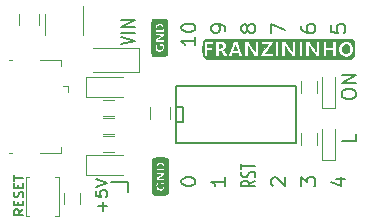
<source format=gto>
G04 #@! TF.GenerationSoftware,KiCad,Pcbnew,(5.0.0)*
G04 #@! TF.CreationDate,2018-08-19T14:30:57-03:00*
G04 #@! TF.ProjectId,franzininho-tiny841,6672616E7A696E696E686F2D74696E79,rev?*
G04 #@! TF.SameCoordinates,Original*
G04 #@! TF.FileFunction,Legend,Top*
G04 #@! TF.FilePolarity,Positive*
%FSLAX46Y46*%
G04 Gerber Fmt 4.6, Leading zero omitted, Abs format (unit mm)*
G04 Created by KiCad (PCBNEW (5.0.0)) date 08/19/18 14:30:57*
%MOMM*%
%LPD*%
G01*
G04 APERTURE LIST*
%ADD10C,0.200000*%
%ADD11C,0.010000*%
%ADD12C,0.120000*%
%ADD13C,0.150000*%
G04 APERTURE END LIST*
D10*
X190373000Y-119443500D02*
X188976000Y-119443500D01*
X190436500Y-120269000D02*
X190373000Y-119443500D01*
X190436500Y-119443500D02*
X190436500Y-120269000D01*
X209711857Y-115346071D02*
X209711857Y-115917500D01*
X208511857Y-115917500D01*
X208511857Y-112101357D02*
X208511857Y-111872785D01*
X208569000Y-111758500D01*
X208683285Y-111644214D01*
X208911857Y-111587071D01*
X209311857Y-111587071D01*
X209540428Y-111644214D01*
X209654714Y-111758500D01*
X209711857Y-111872785D01*
X209711857Y-112101357D01*
X209654714Y-112215642D01*
X209540428Y-112329928D01*
X209311857Y-112387071D01*
X208911857Y-112387071D01*
X208683285Y-112329928D01*
X208569000Y-112215642D01*
X208511857Y-112101357D01*
X209711857Y-111072785D02*
X208511857Y-111072785D01*
X209711857Y-110387071D01*
X208511857Y-110387071D01*
X181527404Y-121748404D02*
X181146452Y-122015071D01*
X181527404Y-122205547D02*
X180727404Y-122205547D01*
X180727404Y-121900785D01*
X180765500Y-121824595D01*
X180803595Y-121786500D01*
X180879785Y-121748404D01*
X180994071Y-121748404D01*
X181070261Y-121786500D01*
X181108357Y-121824595D01*
X181146452Y-121900785D01*
X181146452Y-122205547D01*
X181108357Y-121405547D02*
X181108357Y-121138880D01*
X181527404Y-121024595D02*
X181527404Y-121405547D01*
X180727404Y-121405547D01*
X180727404Y-121024595D01*
X181489309Y-120719833D02*
X181527404Y-120605547D01*
X181527404Y-120415071D01*
X181489309Y-120338880D01*
X181451214Y-120300785D01*
X181375023Y-120262690D01*
X181298833Y-120262690D01*
X181222642Y-120300785D01*
X181184547Y-120338880D01*
X181146452Y-120415071D01*
X181108357Y-120567452D01*
X181070261Y-120643642D01*
X181032166Y-120681738D01*
X180955976Y-120719833D01*
X180879785Y-120719833D01*
X180803595Y-120681738D01*
X180765500Y-120643642D01*
X180727404Y-120567452D01*
X180727404Y-120376976D01*
X180765500Y-120262690D01*
X181108357Y-119919833D02*
X181108357Y-119653166D01*
X181527404Y-119538880D02*
X181527404Y-119919833D01*
X180727404Y-119919833D01*
X180727404Y-119538880D01*
X180727404Y-119310309D02*
X180727404Y-118853166D01*
X181527404Y-119081738D02*
X180727404Y-119081738D01*
X188285428Y-121872214D02*
X188285428Y-121110309D01*
X188666380Y-121491261D02*
X187904476Y-121491261D01*
X187666380Y-120157928D02*
X187666380Y-120634119D01*
X188142571Y-120681738D01*
X188094952Y-120634119D01*
X188047333Y-120538880D01*
X188047333Y-120300785D01*
X188094952Y-120205547D01*
X188142571Y-120157928D01*
X188237809Y-120110309D01*
X188475904Y-120110309D01*
X188571142Y-120157928D01*
X188618761Y-120205547D01*
X188666380Y-120300785D01*
X188666380Y-120538880D01*
X188618761Y-120634119D01*
X188571142Y-120681738D01*
X187666380Y-119824595D02*
X188666380Y-119491261D01*
X187666380Y-119157928D01*
X194922857Y-119437142D02*
X194922857Y-119322857D01*
X194980000Y-119208571D01*
X195037142Y-119151428D01*
X195151428Y-119094285D01*
X195380000Y-119037142D01*
X195665714Y-119037142D01*
X195894285Y-119094285D01*
X196008571Y-119151428D01*
X196065714Y-119208571D01*
X196122857Y-119322857D01*
X196122857Y-119437142D01*
X196065714Y-119551428D01*
X196008571Y-119608571D01*
X195894285Y-119665714D01*
X195665714Y-119722857D01*
X195380000Y-119722857D01*
X195151428Y-119665714D01*
X195037142Y-119608571D01*
X194980000Y-119551428D01*
X194922857Y-119437142D01*
X198662857Y-119037142D02*
X198662857Y-119722857D01*
X198662857Y-119380000D02*
X197462857Y-119380000D01*
X197634285Y-119494285D01*
X197748571Y-119608571D01*
X197805714Y-119722857D01*
X201202857Y-119310095D02*
X200631428Y-119576761D01*
X201202857Y-119767238D02*
X200002857Y-119767238D01*
X200002857Y-119462476D01*
X200060000Y-119386285D01*
X200117142Y-119348190D01*
X200231428Y-119310095D01*
X200402857Y-119310095D01*
X200517142Y-119348190D01*
X200574285Y-119386285D01*
X200631428Y-119462476D01*
X200631428Y-119767238D01*
X201145714Y-119005333D02*
X201202857Y-118891047D01*
X201202857Y-118700571D01*
X201145714Y-118624380D01*
X201088571Y-118586285D01*
X200974285Y-118548190D01*
X200860000Y-118548190D01*
X200745714Y-118586285D01*
X200688571Y-118624380D01*
X200631428Y-118700571D01*
X200574285Y-118852952D01*
X200517142Y-118929142D01*
X200460000Y-118967238D01*
X200345714Y-119005333D01*
X200231428Y-119005333D01*
X200117142Y-118967238D01*
X200060000Y-118929142D01*
X200002857Y-118852952D01*
X200002857Y-118662476D01*
X200060000Y-118548190D01*
X200002857Y-118319619D02*
X200002857Y-117862476D01*
X201202857Y-118091047D02*
X200002857Y-118091047D01*
X202657142Y-119722857D02*
X202600000Y-119665714D01*
X202542857Y-119551428D01*
X202542857Y-119265714D01*
X202600000Y-119151428D01*
X202657142Y-119094285D01*
X202771428Y-119037142D01*
X202885714Y-119037142D01*
X203057142Y-119094285D01*
X203742857Y-119780000D01*
X203742857Y-119037142D01*
X205082857Y-119780000D02*
X205082857Y-119037142D01*
X205540000Y-119437142D01*
X205540000Y-119265714D01*
X205597142Y-119151428D01*
X205654285Y-119094285D01*
X205768571Y-119037142D01*
X206054285Y-119037142D01*
X206168571Y-119094285D01*
X206225714Y-119151428D01*
X206282857Y-119265714D01*
X206282857Y-119608571D01*
X206225714Y-119722857D01*
X206168571Y-119780000D01*
X208022857Y-119151428D02*
X208822857Y-119151428D01*
X207565714Y-119437142D02*
X208422857Y-119722857D01*
X208422857Y-118980000D01*
X207622857Y-106140285D02*
X207622857Y-106711714D01*
X208194285Y-106768857D01*
X208137142Y-106711714D01*
X208080000Y-106597428D01*
X208080000Y-106311714D01*
X208137142Y-106197428D01*
X208194285Y-106140285D01*
X208308571Y-106083142D01*
X208594285Y-106083142D01*
X208708571Y-106140285D01*
X208765714Y-106197428D01*
X208822857Y-106311714D01*
X208822857Y-106597428D01*
X208765714Y-106711714D01*
X208708571Y-106768857D01*
X205082857Y-106197428D02*
X205082857Y-106426000D01*
X205140000Y-106540285D01*
X205197142Y-106597428D01*
X205368571Y-106711714D01*
X205597142Y-106768857D01*
X206054285Y-106768857D01*
X206168571Y-106711714D01*
X206225714Y-106654571D01*
X206282857Y-106540285D01*
X206282857Y-106311714D01*
X206225714Y-106197428D01*
X206168571Y-106140285D01*
X206054285Y-106083142D01*
X205768571Y-106083142D01*
X205654285Y-106140285D01*
X205597142Y-106197428D01*
X205540000Y-106311714D01*
X205540000Y-106540285D01*
X205597142Y-106654571D01*
X205654285Y-106711714D01*
X205768571Y-106768857D01*
X202542857Y-106826000D02*
X202542857Y-106026000D01*
X203742857Y-106540285D01*
X200517142Y-106540285D02*
X200460000Y-106654571D01*
X200402857Y-106711714D01*
X200288571Y-106768857D01*
X200231428Y-106768857D01*
X200117142Y-106711714D01*
X200060000Y-106654571D01*
X200002857Y-106540285D01*
X200002857Y-106311714D01*
X200060000Y-106197428D01*
X200117142Y-106140285D01*
X200231428Y-106083142D01*
X200288571Y-106083142D01*
X200402857Y-106140285D01*
X200460000Y-106197428D01*
X200517142Y-106311714D01*
X200517142Y-106540285D01*
X200574285Y-106654571D01*
X200631428Y-106711714D01*
X200745714Y-106768857D01*
X200974285Y-106768857D01*
X201088571Y-106711714D01*
X201145714Y-106654571D01*
X201202857Y-106540285D01*
X201202857Y-106311714D01*
X201145714Y-106197428D01*
X201088571Y-106140285D01*
X200974285Y-106083142D01*
X200745714Y-106083142D01*
X200631428Y-106140285D01*
X200574285Y-106197428D01*
X200517142Y-106311714D01*
X198662857Y-106654571D02*
X198662857Y-106426000D01*
X198605714Y-106311714D01*
X198548571Y-106254571D01*
X198377142Y-106140285D01*
X198148571Y-106083142D01*
X197691428Y-106083142D01*
X197577142Y-106140285D01*
X197520000Y-106197428D01*
X197462857Y-106311714D01*
X197462857Y-106540285D01*
X197520000Y-106654571D01*
X197577142Y-106711714D01*
X197691428Y-106768857D01*
X197977142Y-106768857D01*
X198091428Y-106711714D01*
X198148571Y-106654571D01*
X198205714Y-106540285D01*
X198205714Y-106311714D01*
X198148571Y-106197428D01*
X198091428Y-106140285D01*
X197977142Y-106083142D01*
X196122857Y-107162571D02*
X196122857Y-107848285D01*
X196122857Y-107505428D02*
X194922857Y-107505428D01*
X195094285Y-107619714D01*
X195208571Y-107734000D01*
X195265714Y-107848285D01*
X194922857Y-106419714D02*
X194922857Y-106305428D01*
X194980000Y-106191142D01*
X195037142Y-106134000D01*
X195151428Y-106076857D01*
X195380000Y-106019714D01*
X195665714Y-106019714D01*
X195894285Y-106076857D01*
X196008571Y-106134000D01*
X196065714Y-106191142D01*
X196122857Y-106305428D01*
X196122857Y-106419714D01*
X196065714Y-106534000D01*
X196008571Y-106591142D01*
X195894285Y-106648285D01*
X195665714Y-106705428D01*
X195380000Y-106705428D01*
X195151428Y-106648285D01*
X195037142Y-106591142D01*
X194980000Y-106534000D01*
X194922857Y-106419714D01*
X189842857Y-107775238D02*
X191042857Y-107441904D01*
X189842857Y-107108571D01*
X191042857Y-106775238D02*
X189842857Y-106775238D01*
X191042857Y-106299047D02*
X189842857Y-106299047D01*
X191042857Y-105727619D01*
X189842857Y-105727619D01*
D11*
G04 #@! TO.C,G\002A\002A\002A*
G36*
X192441529Y-118632998D02*
X192442980Y-118402490D01*
X192445273Y-118184813D01*
X192448411Y-117985751D01*
X192452393Y-117811089D01*
X192457220Y-117666610D01*
X192462890Y-117558097D01*
X192469404Y-117491337D01*
X192473445Y-117474291D01*
X192498783Y-117429039D01*
X192532661Y-117394696D01*
X192581850Y-117369797D01*
X192653122Y-117352877D01*
X192753248Y-117342473D01*
X192889000Y-117337120D01*
X193067148Y-117335353D01*
X193116200Y-117335300D01*
X193305361Y-117336433D01*
X193450524Y-117340806D01*
X193558461Y-117349884D01*
X193635944Y-117365131D01*
X193689743Y-117388012D01*
X193726630Y-117419990D01*
X193753376Y-117462530D01*
X193758954Y-117474291D01*
X193766319Y-117515800D01*
X193772711Y-117602030D01*
X193778142Y-117727243D01*
X193782621Y-117885703D01*
X193786158Y-118071672D01*
X193788763Y-118279414D01*
X193790447Y-118503192D01*
X193791219Y-118737268D01*
X193791091Y-118975907D01*
X193790070Y-119213370D01*
X193788169Y-119443922D01*
X193785396Y-119661824D01*
X193781762Y-119861341D01*
X193777277Y-120036734D01*
X193771951Y-120182269D01*
X193765794Y-120292206D01*
X193758816Y-120360810D01*
X193753854Y-120380505D01*
X193726602Y-120422549D01*
X193692986Y-120454316D01*
X193645961Y-120477239D01*
X193578480Y-120492756D01*
X193483499Y-120502300D01*
X193353973Y-120507308D01*
X193182856Y-120509216D01*
X193181121Y-120509221D01*
X193181121Y-120145427D01*
X193304482Y-120109503D01*
X193404032Y-120040950D01*
X193469978Y-119944976D01*
X193482096Y-119910370D01*
X193493069Y-119839502D01*
X193496385Y-119746193D01*
X193492856Y-119647022D01*
X193487073Y-119593508D01*
X193487073Y-118427500D01*
X193482688Y-118192550D01*
X193476442Y-118066365D01*
X193463798Y-117963049D01*
X193446432Y-117895647D01*
X193443809Y-117889993D01*
X193404034Y-117832100D01*
X193350930Y-117778077D01*
X193298156Y-117739496D01*
X193259368Y-117727927D01*
X193254669Y-117729761D01*
X193224784Y-117724788D01*
X193218056Y-117716715D01*
X193174680Y-117690606D01*
X193102942Y-117690197D01*
X193015897Y-117711771D01*
X192926597Y-117751610D01*
X192848095Y-117805995D01*
X192824665Y-117828772D01*
X192795900Y-117864403D01*
X192776794Y-117904437D01*
X192764801Y-117960591D01*
X192757375Y-118044582D01*
X192752177Y-118162245D01*
X192742625Y-118427500D01*
X193487073Y-118427500D01*
X193487073Y-119593508D01*
X193483297Y-119558565D01*
X193468520Y-119497401D01*
X193461178Y-119484105D01*
X193446141Y-119447637D01*
X193450853Y-119434813D01*
X193435766Y-119426969D01*
X193380799Y-119421100D01*
X193296863Y-119418229D01*
X193272833Y-119418100D01*
X193078100Y-119418100D01*
X193078100Y-119799100D01*
X193149199Y-119799100D01*
X193196183Y-119794620D01*
X193213085Y-119771060D01*
X193210273Y-119713244D01*
X193209920Y-119710200D01*
X193206341Y-119650858D01*
X193223006Y-119626352D01*
X193272339Y-119621324D01*
X193281844Y-119621300D01*
X193335525Y-119624405D01*
X193355326Y-119643727D01*
X193352236Y-119694282D01*
X193349209Y-119713351D01*
X193313270Y-119816228D01*
X193249329Y-119891537D01*
X193167464Y-119932755D01*
X193077752Y-119933361D01*
X193034408Y-119917076D01*
X192970987Y-119877199D01*
X192926068Y-119837645D01*
X192895413Y-119767525D01*
X192889456Y-119676797D01*
X192907861Y-119589057D01*
X192930181Y-119548025D01*
X192968346Y-119489178D01*
X192965955Y-119457232D01*
X192919199Y-119444758D01*
X192876611Y-119443500D01*
X192817168Y-119448165D01*
X192778476Y-119468256D01*
X192755407Y-119512923D01*
X192747900Y-119559716D01*
X192747900Y-119291100D01*
X193484500Y-119291100D01*
X193484500Y-119087900D01*
X193236850Y-119086755D01*
X193125490Y-119085490D01*
X193058848Y-119082242D01*
X193030850Y-119075949D01*
X193035424Y-119065550D01*
X193055298Y-119055005D01*
X193107746Y-119027215D01*
X193187750Y-118980873D01*
X193280100Y-118924845D01*
X193302948Y-118910607D01*
X193391264Y-118854210D01*
X193444974Y-118813995D01*
X193472681Y-118779430D01*
X193482988Y-118739982D01*
X193484500Y-118688357D01*
X193484500Y-118579900D01*
X192747900Y-118579900D01*
X192747900Y-118757700D01*
X192970150Y-118757857D01*
X193075430Y-118758336D01*
X193136335Y-118760753D01*
X193159290Y-118766853D01*
X193150720Y-118778381D01*
X193117048Y-118797082D01*
X193116200Y-118797522D01*
X193054398Y-118832271D01*
X192970017Y-118883060D01*
X192894172Y-118930715D01*
X192748344Y-119024400D01*
X192747900Y-119291100D01*
X192747900Y-119559716D01*
X192742831Y-119591313D01*
X192736461Y-119693477D01*
X192746704Y-119855666D01*
X192793196Y-119983612D01*
X192875164Y-120076181D01*
X192991834Y-120132238D01*
X193043741Y-120143514D01*
X193181121Y-120145427D01*
X193181121Y-120509221D01*
X193121288Y-120509400D01*
X192931344Y-120508656D01*
X192785425Y-120504659D01*
X192676792Y-120495971D01*
X192598701Y-120481156D01*
X192544412Y-120458777D01*
X192507183Y-120427396D01*
X192480273Y-120385577D01*
X192473445Y-120371310D01*
X192466455Y-120330611D01*
X192460309Y-120244903D01*
X192455008Y-120119970D01*
X192450550Y-119961596D01*
X192446937Y-119775566D01*
X192444167Y-119567662D01*
X192442242Y-119343669D01*
X192441161Y-119109372D01*
X192440923Y-118870553D01*
X192441529Y-118632998D01*
X192441529Y-118632998D01*
G37*
X192441529Y-118632998D02*
X192442980Y-118402490D01*
X192445273Y-118184813D01*
X192448411Y-117985751D01*
X192452393Y-117811089D01*
X192457220Y-117666610D01*
X192462890Y-117558097D01*
X192469404Y-117491337D01*
X192473445Y-117474291D01*
X192498783Y-117429039D01*
X192532661Y-117394696D01*
X192581850Y-117369797D01*
X192653122Y-117352877D01*
X192753248Y-117342473D01*
X192889000Y-117337120D01*
X193067148Y-117335353D01*
X193116200Y-117335300D01*
X193305361Y-117336433D01*
X193450524Y-117340806D01*
X193558461Y-117349884D01*
X193635944Y-117365131D01*
X193689743Y-117388012D01*
X193726630Y-117419990D01*
X193753376Y-117462530D01*
X193758954Y-117474291D01*
X193766319Y-117515800D01*
X193772711Y-117602030D01*
X193778142Y-117727243D01*
X193782621Y-117885703D01*
X193786158Y-118071672D01*
X193788763Y-118279414D01*
X193790447Y-118503192D01*
X193791219Y-118737268D01*
X193791091Y-118975907D01*
X193790070Y-119213370D01*
X193788169Y-119443922D01*
X193785396Y-119661824D01*
X193781762Y-119861341D01*
X193777277Y-120036734D01*
X193771951Y-120182269D01*
X193765794Y-120292206D01*
X193758816Y-120360810D01*
X193753854Y-120380505D01*
X193726602Y-120422549D01*
X193692986Y-120454316D01*
X193645961Y-120477239D01*
X193578480Y-120492756D01*
X193483499Y-120502300D01*
X193353973Y-120507308D01*
X193182856Y-120509216D01*
X193181121Y-120509221D01*
X193181121Y-120145427D01*
X193304482Y-120109503D01*
X193404032Y-120040950D01*
X193469978Y-119944976D01*
X193482096Y-119910370D01*
X193493069Y-119839502D01*
X193496385Y-119746193D01*
X193492856Y-119647022D01*
X193487073Y-119593508D01*
X193487073Y-118427500D01*
X193482688Y-118192550D01*
X193476442Y-118066365D01*
X193463798Y-117963049D01*
X193446432Y-117895647D01*
X193443809Y-117889993D01*
X193404034Y-117832100D01*
X193350930Y-117778077D01*
X193298156Y-117739496D01*
X193259368Y-117727927D01*
X193254669Y-117729761D01*
X193224784Y-117724788D01*
X193218056Y-117716715D01*
X193174680Y-117690606D01*
X193102942Y-117690197D01*
X193015897Y-117711771D01*
X192926597Y-117751610D01*
X192848095Y-117805995D01*
X192824665Y-117828772D01*
X192795900Y-117864403D01*
X192776794Y-117904437D01*
X192764801Y-117960591D01*
X192757375Y-118044582D01*
X192752177Y-118162245D01*
X192742625Y-118427500D01*
X193487073Y-118427500D01*
X193487073Y-119593508D01*
X193483297Y-119558565D01*
X193468520Y-119497401D01*
X193461178Y-119484105D01*
X193446141Y-119447637D01*
X193450853Y-119434813D01*
X193435766Y-119426969D01*
X193380799Y-119421100D01*
X193296863Y-119418229D01*
X193272833Y-119418100D01*
X193078100Y-119418100D01*
X193078100Y-119799100D01*
X193149199Y-119799100D01*
X193196183Y-119794620D01*
X193213085Y-119771060D01*
X193210273Y-119713244D01*
X193209920Y-119710200D01*
X193206341Y-119650858D01*
X193223006Y-119626352D01*
X193272339Y-119621324D01*
X193281844Y-119621300D01*
X193335525Y-119624405D01*
X193355326Y-119643727D01*
X193352236Y-119694282D01*
X193349209Y-119713351D01*
X193313270Y-119816228D01*
X193249329Y-119891537D01*
X193167464Y-119932755D01*
X193077752Y-119933361D01*
X193034408Y-119917076D01*
X192970987Y-119877199D01*
X192926068Y-119837645D01*
X192895413Y-119767525D01*
X192889456Y-119676797D01*
X192907861Y-119589057D01*
X192930181Y-119548025D01*
X192968346Y-119489178D01*
X192965955Y-119457232D01*
X192919199Y-119444758D01*
X192876611Y-119443500D01*
X192817168Y-119448165D01*
X192778476Y-119468256D01*
X192755407Y-119512923D01*
X192747900Y-119559716D01*
X192747900Y-119291100D01*
X193484500Y-119291100D01*
X193484500Y-119087900D01*
X193236850Y-119086755D01*
X193125490Y-119085490D01*
X193058848Y-119082242D01*
X193030850Y-119075949D01*
X193035424Y-119065550D01*
X193055298Y-119055005D01*
X193107746Y-119027215D01*
X193187750Y-118980873D01*
X193280100Y-118924845D01*
X193302948Y-118910607D01*
X193391264Y-118854210D01*
X193444974Y-118813995D01*
X193472681Y-118779430D01*
X193482988Y-118739982D01*
X193484500Y-118688357D01*
X193484500Y-118579900D01*
X192747900Y-118579900D01*
X192747900Y-118757700D01*
X192970150Y-118757857D01*
X193075430Y-118758336D01*
X193136335Y-118760753D01*
X193159290Y-118766853D01*
X193150720Y-118778381D01*
X193117048Y-118797082D01*
X193116200Y-118797522D01*
X193054398Y-118832271D01*
X192970017Y-118883060D01*
X192894172Y-118930715D01*
X192748344Y-119024400D01*
X192747900Y-119291100D01*
X192747900Y-119559716D01*
X192742831Y-119591313D01*
X192736461Y-119693477D01*
X192746704Y-119855666D01*
X192793196Y-119983612D01*
X192875164Y-120076181D01*
X192991834Y-120132238D01*
X193043741Y-120143514D01*
X193181121Y-120145427D01*
X193181121Y-120509221D01*
X193121288Y-120509400D01*
X192931344Y-120508656D01*
X192785425Y-120504659D01*
X192676792Y-120495971D01*
X192598701Y-120481156D01*
X192544412Y-120458777D01*
X192507183Y-120427396D01*
X192480273Y-120385577D01*
X192473445Y-120371310D01*
X192466455Y-120330611D01*
X192460309Y-120244903D01*
X192455008Y-120119970D01*
X192450550Y-119961596D01*
X192446937Y-119775566D01*
X192444167Y-119567662D01*
X192442242Y-119343669D01*
X192441161Y-119109372D01*
X192440923Y-118870553D01*
X192441529Y-118632998D01*
G36*
X192895684Y-118081647D02*
X192947926Y-118000622D01*
X193017379Y-117937639D01*
X193047087Y-117921825D01*
X193110996Y-117903634D01*
X193168177Y-117914648D01*
X193202061Y-117930629D01*
X193275974Y-117989761D01*
X193332303Y-118072460D01*
X193357260Y-118157856D01*
X193357500Y-118165889D01*
X193352487Y-118187242D01*
X193331272Y-118200731D01*
X193284589Y-118208109D01*
X193203172Y-118211134D01*
X193116200Y-118211600D01*
X193004053Y-118210834D01*
X192933279Y-118207213D01*
X192894459Y-118198754D01*
X192878173Y-118183472D01*
X192874994Y-118160800D01*
X192895684Y-118081647D01*
X192895684Y-118081647D01*
G37*
X192895684Y-118081647D02*
X192947926Y-118000622D01*
X193017379Y-117937639D01*
X193047087Y-117921825D01*
X193110996Y-117903634D01*
X193168177Y-117914648D01*
X193202061Y-117930629D01*
X193275974Y-117989761D01*
X193332303Y-118072460D01*
X193357260Y-118157856D01*
X193357500Y-118165889D01*
X193352487Y-118187242D01*
X193331272Y-118200731D01*
X193284589Y-118208109D01*
X193203172Y-118211134D01*
X193116200Y-118211600D01*
X193004053Y-118210834D01*
X192933279Y-118207213D01*
X192894459Y-118198754D01*
X192878173Y-118183472D01*
X192874994Y-118160800D01*
X192895684Y-118081647D01*
D12*
G04 #@! TO.C,C1*
X181204500Y-105164000D02*
X181204500Y-106164000D01*
X182904500Y-106164000D02*
X182904500Y-105164000D01*
G04 #@! TO.C,C2*
X192253500Y-113081500D02*
X192253500Y-114081500D01*
X193953500Y-114081500D02*
X193953500Y-113081500D01*
G04 #@! TO.C,D1*
X186842000Y-117133000D02*
X189992000Y-117133000D01*
X186842000Y-118833000D02*
X189992000Y-118833000D01*
X186842000Y-117133000D02*
X186842000Y-118833000D01*
G04 #@! TO.C,D2*
X186842000Y-110529000D02*
X186842000Y-112229000D01*
X186842000Y-112229000D02*
X189992000Y-112229000D01*
X186842000Y-110529000D02*
X189992000Y-110529000D01*
G04 #@! TO.C,D3*
X191306000Y-110093000D02*
X187456000Y-110093000D01*
X191306000Y-108093000D02*
X187456000Y-108093000D01*
X191306000Y-110093000D02*
X191306000Y-108093000D01*
G04 #@! TO.C,R1*
X189265000Y-113837000D02*
X188265000Y-113837000D01*
X188265000Y-112477000D02*
X189265000Y-112477000D01*
G04 #@! TO.C,R2*
X188265000Y-115525000D02*
X189265000Y-115525000D01*
X189265000Y-116885000D02*
X188265000Y-116885000D01*
G04 #@! TO.C,R3*
X189265000Y-115361000D02*
X188265000Y-115361000D01*
X188265000Y-114001000D02*
X189265000Y-114001000D01*
G04 #@! TO.C,R4*
X206420000Y-110858500D02*
X206420000Y-111858500D01*
X205060000Y-111858500D02*
X205060000Y-110858500D01*
G04 #@! TO.C,R5*
X206420000Y-115260500D02*
X206420000Y-116260500D01*
X205060000Y-116260500D02*
X205060000Y-115260500D01*
G04 #@! TO.C,R6*
X186354000Y-120320000D02*
X186354000Y-121320000D01*
X184994000Y-121320000D02*
X184994000Y-120320000D01*
G04 #@! TO.C,U1*
X186588000Y-106992000D02*
X186588000Y-104542000D01*
X183368000Y-105192000D02*
X183368000Y-106992000D01*
D13*
G04 #@! TO.C,U2*
X195072000Y-114300000D02*
X194437000Y-114300000D01*
X195072000Y-113030000D02*
X195072000Y-114300000D01*
X194437000Y-113030000D02*
X195072000Y-113030000D01*
X194437000Y-111252000D02*
X204597000Y-111252000D01*
X194437000Y-116078000D02*
X194437000Y-111252000D01*
X204597000Y-116078000D02*
X194437000Y-116078000D01*
X204597000Y-111252000D02*
X204597000Y-116078000D01*
D12*
G04 #@! TO.C,J1*
X184769500Y-109130000D02*
X184769500Y-109580000D01*
X182919500Y-109130000D02*
X184769500Y-109130000D01*
X180369500Y-116930000D02*
X180619500Y-116930000D01*
X180369500Y-109130000D02*
X180619500Y-109130000D01*
X182919500Y-116930000D02*
X184769500Y-116930000D01*
X184769500Y-116930000D02*
X184769500Y-116480000D01*
X185319500Y-111330000D02*
X185319500Y-111780000D01*
X185319500Y-111330000D02*
X184869500Y-111330000D01*
G04 #@! TO.C,SW1*
X182034000Y-119000000D02*
X181734000Y-119000000D01*
X181734000Y-119000000D02*
X181734000Y-122300000D01*
X181734000Y-122300000D02*
X182034000Y-122300000D01*
X184234000Y-119000000D02*
X184534000Y-119000000D01*
X184534000Y-119000000D02*
X184534000Y-122300000D01*
X184534000Y-122300000D02*
X184234000Y-122300000D01*
G04 #@! TO.C,D4*
X206841000Y-113158500D02*
X207941000Y-113158500D01*
X207941000Y-113158500D02*
X207941000Y-110558500D01*
X206841000Y-113158500D02*
X206841000Y-110558500D01*
G04 #@! TO.C,D5*
X206841000Y-117517500D02*
X206841000Y-114917500D01*
X207941000Y-117517500D02*
X207941000Y-114917500D01*
X206841000Y-117517500D02*
X207941000Y-117517500D01*
D11*
G04 #@! TO.C,G\002A\002A\002A*
G36*
X192832184Y-106334147D02*
X192884426Y-106253122D01*
X192953879Y-106190139D01*
X192983587Y-106174325D01*
X193047496Y-106156134D01*
X193104677Y-106167148D01*
X193138561Y-106183129D01*
X193212474Y-106242261D01*
X193268803Y-106324960D01*
X193293760Y-106410356D01*
X193294000Y-106418389D01*
X193288987Y-106439742D01*
X193267772Y-106453231D01*
X193221089Y-106460609D01*
X193139672Y-106463634D01*
X193052700Y-106464100D01*
X192940553Y-106463334D01*
X192869779Y-106459713D01*
X192830959Y-106451254D01*
X192814673Y-106435972D01*
X192811494Y-106413300D01*
X192832184Y-106334147D01*
X192832184Y-106334147D01*
G37*
X192832184Y-106334147D02*
X192884426Y-106253122D01*
X192953879Y-106190139D01*
X192983587Y-106174325D01*
X193047496Y-106156134D01*
X193104677Y-106167148D01*
X193138561Y-106183129D01*
X193212474Y-106242261D01*
X193268803Y-106324960D01*
X193293760Y-106410356D01*
X193294000Y-106418389D01*
X193288987Y-106439742D01*
X193267772Y-106453231D01*
X193221089Y-106460609D01*
X193139672Y-106463634D01*
X193052700Y-106464100D01*
X192940553Y-106463334D01*
X192869779Y-106459713D01*
X192830959Y-106451254D01*
X192814673Y-106435972D01*
X192811494Y-106413300D01*
X192832184Y-106334147D01*
G36*
X192378029Y-106885498D02*
X192379480Y-106654990D01*
X192381773Y-106437313D01*
X192384911Y-106238251D01*
X192388893Y-106063589D01*
X192393720Y-105919110D01*
X192399390Y-105810597D01*
X192405904Y-105743837D01*
X192409945Y-105726791D01*
X192435283Y-105681539D01*
X192469161Y-105647196D01*
X192518350Y-105622297D01*
X192589622Y-105605377D01*
X192689748Y-105594973D01*
X192825500Y-105589620D01*
X193003648Y-105587853D01*
X193052700Y-105587800D01*
X193241861Y-105588933D01*
X193387024Y-105593306D01*
X193494961Y-105602384D01*
X193572444Y-105617631D01*
X193626243Y-105640512D01*
X193663130Y-105672490D01*
X193689876Y-105715030D01*
X193695454Y-105726791D01*
X193702819Y-105768300D01*
X193709211Y-105854530D01*
X193714642Y-105979743D01*
X193719121Y-106138203D01*
X193722658Y-106324172D01*
X193725263Y-106531914D01*
X193726947Y-106755692D01*
X193727719Y-106989768D01*
X193727591Y-107228407D01*
X193726570Y-107465870D01*
X193724669Y-107696422D01*
X193721896Y-107914324D01*
X193718262Y-108113841D01*
X193713777Y-108289234D01*
X193708451Y-108434769D01*
X193702294Y-108544706D01*
X193695316Y-108613310D01*
X193690354Y-108633005D01*
X193663102Y-108675049D01*
X193629486Y-108706816D01*
X193582461Y-108729739D01*
X193514980Y-108745256D01*
X193419999Y-108754800D01*
X193290473Y-108759808D01*
X193119356Y-108761716D01*
X193117621Y-108761721D01*
X193117621Y-108397927D01*
X193240982Y-108362003D01*
X193340532Y-108293450D01*
X193406478Y-108197476D01*
X193418596Y-108162870D01*
X193429569Y-108092002D01*
X193432885Y-107998693D01*
X193429356Y-107899522D01*
X193423573Y-107846008D01*
X193423573Y-106680000D01*
X193419188Y-106445050D01*
X193412942Y-106318865D01*
X193400298Y-106215549D01*
X193382932Y-106148147D01*
X193380309Y-106142493D01*
X193340534Y-106084600D01*
X193287430Y-106030577D01*
X193234656Y-105991996D01*
X193195868Y-105980427D01*
X193191169Y-105982261D01*
X193161284Y-105977288D01*
X193154556Y-105969215D01*
X193111180Y-105943106D01*
X193039442Y-105942697D01*
X192952397Y-105964271D01*
X192863097Y-106004110D01*
X192784595Y-106058495D01*
X192761165Y-106081272D01*
X192732400Y-106116903D01*
X192713294Y-106156937D01*
X192701301Y-106213091D01*
X192693875Y-106297082D01*
X192688677Y-106414745D01*
X192679125Y-106680000D01*
X193423573Y-106680000D01*
X193423573Y-107846008D01*
X193419797Y-107811065D01*
X193405020Y-107749901D01*
X193397678Y-107736605D01*
X193382641Y-107700137D01*
X193387353Y-107687313D01*
X193372266Y-107679469D01*
X193317299Y-107673600D01*
X193233363Y-107670729D01*
X193209333Y-107670600D01*
X193014600Y-107670600D01*
X193014600Y-108051600D01*
X193085699Y-108051600D01*
X193132683Y-108047120D01*
X193149585Y-108023560D01*
X193146773Y-107965744D01*
X193146420Y-107962700D01*
X193142841Y-107903358D01*
X193159506Y-107878852D01*
X193208839Y-107873824D01*
X193218344Y-107873800D01*
X193272025Y-107876905D01*
X193291826Y-107896227D01*
X193288736Y-107946782D01*
X193285709Y-107965851D01*
X193249770Y-108068728D01*
X193185829Y-108144037D01*
X193103964Y-108185255D01*
X193014252Y-108185861D01*
X192970908Y-108169576D01*
X192907487Y-108129699D01*
X192862568Y-108090145D01*
X192831913Y-108020025D01*
X192825956Y-107929297D01*
X192844361Y-107841557D01*
X192866681Y-107800525D01*
X192904846Y-107741678D01*
X192902455Y-107709732D01*
X192855699Y-107697258D01*
X192813111Y-107696000D01*
X192753668Y-107700665D01*
X192714976Y-107720756D01*
X192691907Y-107765423D01*
X192684400Y-107812216D01*
X192684400Y-107543600D01*
X193421000Y-107543600D01*
X193421000Y-107340400D01*
X193173350Y-107339255D01*
X193061990Y-107337990D01*
X192995348Y-107334742D01*
X192967350Y-107328449D01*
X192971924Y-107318050D01*
X192991798Y-107307505D01*
X193044246Y-107279715D01*
X193124250Y-107233373D01*
X193216600Y-107177345D01*
X193239448Y-107163107D01*
X193327764Y-107106710D01*
X193381474Y-107066495D01*
X193409181Y-107031930D01*
X193419488Y-106992482D01*
X193421000Y-106940857D01*
X193421000Y-106832400D01*
X192684400Y-106832400D01*
X192684400Y-107010200D01*
X192906650Y-107010357D01*
X193011930Y-107010836D01*
X193072835Y-107013253D01*
X193095790Y-107019353D01*
X193087220Y-107030881D01*
X193053548Y-107049582D01*
X193052700Y-107050022D01*
X192990898Y-107084771D01*
X192906517Y-107135560D01*
X192830672Y-107183215D01*
X192684844Y-107276900D01*
X192684400Y-107543600D01*
X192684400Y-107812216D01*
X192679331Y-107843813D01*
X192672961Y-107945977D01*
X192683204Y-108108166D01*
X192729696Y-108236112D01*
X192811664Y-108328681D01*
X192928334Y-108384738D01*
X192980241Y-108396014D01*
X193117621Y-108397927D01*
X193117621Y-108761721D01*
X193057788Y-108761900D01*
X192867844Y-108761156D01*
X192721925Y-108757159D01*
X192613292Y-108748471D01*
X192535201Y-108733656D01*
X192480912Y-108711277D01*
X192443683Y-108679896D01*
X192416773Y-108638077D01*
X192409945Y-108623810D01*
X192402955Y-108583111D01*
X192396809Y-108497403D01*
X192391508Y-108372470D01*
X192387050Y-108214096D01*
X192383437Y-108028066D01*
X192380667Y-107820162D01*
X192378742Y-107596169D01*
X192377661Y-107361872D01*
X192377423Y-107123053D01*
X192378029Y-106885498D01*
X192378029Y-106885498D01*
G37*
X192378029Y-106885498D02*
X192379480Y-106654990D01*
X192381773Y-106437313D01*
X192384911Y-106238251D01*
X192388893Y-106063589D01*
X192393720Y-105919110D01*
X192399390Y-105810597D01*
X192405904Y-105743837D01*
X192409945Y-105726791D01*
X192435283Y-105681539D01*
X192469161Y-105647196D01*
X192518350Y-105622297D01*
X192589622Y-105605377D01*
X192689748Y-105594973D01*
X192825500Y-105589620D01*
X193003648Y-105587853D01*
X193052700Y-105587800D01*
X193241861Y-105588933D01*
X193387024Y-105593306D01*
X193494961Y-105602384D01*
X193572444Y-105617631D01*
X193626243Y-105640512D01*
X193663130Y-105672490D01*
X193689876Y-105715030D01*
X193695454Y-105726791D01*
X193702819Y-105768300D01*
X193709211Y-105854530D01*
X193714642Y-105979743D01*
X193719121Y-106138203D01*
X193722658Y-106324172D01*
X193725263Y-106531914D01*
X193726947Y-106755692D01*
X193727719Y-106989768D01*
X193727591Y-107228407D01*
X193726570Y-107465870D01*
X193724669Y-107696422D01*
X193721896Y-107914324D01*
X193718262Y-108113841D01*
X193713777Y-108289234D01*
X193708451Y-108434769D01*
X193702294Y-108544706D01*
X193695316Y-108613310D01*
X193690354Y-108633005D01*
X193663102Y-108675049D01*
X193629486Y-108706816D01*
X193582461Y-108729739D01*
X193514980Y-108745256D01*
X193419999Y-108754800D01*
X193290473Y-108759808D01*
X193119356Y-108761716D01*
X193117621Y-108761721D01*
X193117621Y-108397927D01*
X193240982Y-108362003D01*
X193340532Y-108293450D01*
X193406478Y-108197476D01*
X193418596Y-108162870D01*
X193429569Y-108092002D01*
X193432885Y-107998693D01*
X193429356Y-107899522D01*
X193423573Y-107846008D01*
X193423573Y-106680000D01*
X193419188Y-106445050D01*
X193412942Y-106318865D01*
X193400298Y-106215549D01*
X193382932Y-106148147D01*
X193380309Y-106142493D01*
X193340534Y-106084600D01*
X193287430Y-106030577D01*
X193234656Y-105991996D01*
X193195868Y-105980427D01*
X193191169Y-105982261D01*
X193161284Y-105977288D01*
X193154556Y-105969215D01*
X193111180Y-105943106D01*
X193039442Y-105942697D01*
X192952397Y-105964271D01*
X192863097Y-106004110D01*
X192784595Y-106058495D01*
X192761165Y-106081272D01*
X192732400Y-106116903D01*
X192713294Y-106156937D01*
X192701301Y-106213091D01*
X192693875Y-106297082D01*
X192688677Y-106414745D01*
X192679125Y-106680000D01*
X193423573Y-106680000D01*
X193423573Y-107846008D01*
X193419797Y-107811065D01*
X193405020Y-107749901D01*
X193397678Y-107736605D01*
X193382641Y-107700137D01*
X193387353Y-107687313D01*
X193372266Y-107679469D01*
X193317299Y-107673600D01*
X193233363Y-107670729D01*
X193209333Y-107670600D01*
X193014600Y-107670600D01*
X193014600Y-108051600D01*
X193085699Y-108051600D01*
X193132683Y-108047120D01*
X193149585Y-108023560D01*
X193146773Y-107965744D01*
X193146420Y-107962700D01*
X193142841Y-107903358D01*
X193159506Y-107878852D01*
X193208839Y-107873824D01*
X193218344Y-107873800D01*
X193272025Y-107876905D01*
X193291826Y-107896227D01*
X193288736Y-107946782D01*
X193285709Y-107965851D01*
X193249770Y-108068728D01*
X193185829Y-108144037D01*
X193103964Y-108185255D01*
X193014252Y-108185861D01*
X192970908Y-108169576D01*
X192907487Y-108129699D01*
X192862568Y-108090145D01*
X192831913Y-108020025D01*
X192825956Y-107929297D01*
X192844361Y-107841557D01*
X192866681Y-107800525D01*
X192904846Y-107741678D01*
X192902455Y-107709732D01*
X192855699Y-107697258D01*
X192813111Y-107696000D01*
X192753668Y-107700665D01*
X192714976Y-107720756D01*
X192691907Y-107765423D01*
X192684400Y-107812216D01*
X192684400Y-107543600D01*
X193421000Y-107543600D01*
X193421000Y-107340400D01*
X193173350Y-107339255D01*
X193061990Y-107337990D01*
X192995348Y-107334742D01*
X192967350Y-107328449D01*
X192971924Y-107318050D01*
X192991798Y-107307505D01*
X193044246Y-107279715D01*
X193124250Y-107233373D01*
X193216600Y-107177345D01*
X193239448Y-107163107D01*
X193327764Y-107106710D01*
X193381474Y-107066495D01*
X193409181Y-107031930D01*
X193419488Y-106992482D01*
X193421000Y-106940857D01*
X193421000Y-106832400D01*
X192684400Y-106832400D01*
X192684400Y-107010200D01*
X192906650Y-107010357D01*
X193011930Y-107010836D01*
X193072835Y-107013253D01*
X193095790Y-107019353D01*
X193087220Y-107030881D01*
X193053548Y-107049582D01*
X193052700Y-107050022D01*
X192990898Y-107084771D01*
X192906517Y-107135560D01*
X192830672Y-107183215D01*
X192684844Y-107276900D01*
X192684400Y-107543600D01*
X192684400Y-107812216D01*
X192679331Y-107843813D01*
X192672961Y-107945977D01*
X192683204Y-108108166D01*
X192729696Y-108236112D01*
X192811664Y-108328681D01*
X192928334Y-108384738D01*
X192980241Y-108396014D01*
X193117621Y-108397927D01*
X193117621Y-108761721D01*
X193057788Y-108761900D01*
X192867844Y-108761156D01*
X192721925Y-108757159D01*
X192613292Y-108748471D01*
X192535201Y-108733656D01*
X192480912Y-108711277D01*
X192443683Y-108679896D01*
X192416773Y-108638077D01*
X192409945Y-108623810D01*
X192402955Y-108583111D01*
X192396809Y-108497403D01*
X192391508Y-108372470D01*
X192387050Y-108214096D01*
X192383437Y-108028066D01*
X192380667Y-107820162D01*
X192378742Y-107596169D01*
X192377661Y-107361872D01*
X192377423Y-107123053D01*
X192378029Y-106885498D01*
G36*
X198198718Y-107725025D02*
X198310902Y-107752525D01*
X198374564Y-107800725D01*
X198395157Y-107873812D01*
X198395167Y-107875845D01*
X198369667Y-107961056D01*
X198302195Y-108024540D01*
X198206290Y-108054783D01*
X198183500Y-108055834D01*
X198084722Y-108055834D01*
X198084722Y-107709735D01*
X198198718Y-107725025D01*
X198198718Y-107725025D01*
G37*
X198198718Y-107725025D02*
X198310902Y-107752525D01*
X198374564Y-107800725D01*
X198395157Y-107873812D01*
X198395167Y-107875845D01*
X198369667Y-107961056D01*
X198302195Y-108024540D01*
X198206290Y-108054783D01*
X198183500Y-108055834D01*
X198084722Y-108055834D01*
X198084722Y-107709735D01*
X198198718Y-107725025D01*
G36*
X199473730Y-107859505D02*
X199501885Y-107909742D01*
X199538369Y-108003432D01*
X199541317Y-108011942D01*
X199574182Y-108110409D01*
X199598177Y-108187834D01*
X199608605Y-108228980D01*
X199608722Y-108230664D01*
X199583332Y-108243630D01*
X199518414Y-108251857D01*
X199467611Y-108253389D01*
X199387086Y-108251644D01*
X199335996Y-108247183D01*
X199326500Y-108243696D01*
X199334908Y-108214010D01*
X199356349Y-108147828D01*
X199385152Y-108061907D01*
X199415644Y-107973006D01*
X199442153Y-107897884D01*
X199456956Y-107858278D01*
X199473730Y-107859505D01*
X199473730Y-107859505D01*
G37*
X199473730Y-107859505D02*
X199501885Y-107909742D01*
X199538369Y-108003432D01*
X199541317Y-108011942D01*
X199574182Y-108110409D01*
X199598177Y-108187834D01*
X199608605Y-108228980D01*
X199608722Y-108230664D01*
X199583332Y-108243630D01*
X199518414Y-108251857D01*
X199467611Y-108253389D01*
X199387086Y-108251644D01*
X199335996Y-108247183D01*
X199326500Y-108243696D01*
X199334908Y-108214010D01*
X199356349Y-108147828D01*
X199385152Y-108061907D01*
X199415644Y-107973006D01*
X199442153Y-107897884D01*
X199456956Y-107858278D01*
X199473730Y-107859505D01*
G36*
X208889062Y-107746310D02*
X209000630Y-107795546D01*
X209041555Y-107827741D01*
X209087085Y-107871112D01*
X209114443Y-107911330D01*
X209128252Y-107964084D01*
X209133135Y-108045064D01*
X209133722Y-108140500D01*
X209132647Y-108255282D01*
X209126337Y-108329312D01*
X209110169Y-108378278D01*
X209079522Y-108417869D01*
X209041555Y-108453260D01*
X208933812Y-108517583D01*
X208815293Y-108536450D01*
X208702614Y-108508232D01*
X208671354Y-108489590D01*
X208597825Y-108407534D01*
X208547311Y-108288767D01*
X208527044Y-108150772D01*
X208526945Y-108140500D01*
X208546736Y-107992407D01*
X208600804Y-107874103D01*
X208681188Y-107790427D01*
X208779927Y-107746216D01*
X208889062Y-107746310D01*
X208889062Y-107746310D01*
G37*
X208889062Y-107746310D02*
X209000630Y-107795546D01*
X209041555Y-107827741D01*
X209087085Y-107871112D01*
X209114443Y-107911330D01*
X209128252Y-107964084D01*
X209133135Y-108045064D01*
X209133722Y-108140500D01*
X209132647Y-108255282D01*
X209126337Y-108329312D01*
X209110169Y-108378278D01*
X209079522Y-108417869D01*
X209041555Y-108453260D01*
X208933812Y-108517583D01*
X208815293Y-108536450D01*
X208702614Y-108508232D01*
X208671354Y-108489590D01*
X208597825Y-108407534D01*
X208547311Y-108288767D01*
X208527044Y-108150772D01*
X208526945Y-108140500D01*
X208546736Y-107992407D01*
X208600804Y-107874103D01*
X208681188Y-107790427D01*
X208779927Y-107746216D01*
X208889062Y-107746310D01*
G36*
X209351022Y-107344645D02*
X209436251Y-107413694D01*
X209510812Y-107499541D01*
X209520355Y-107513979D01*
X209543294Y-107553750D01*
X209560088Y-107594514D01*
X209571692Y-107645475D01*
X209579059Y-107715838D01*
X209583143Y-107814807D01*
X209584898Y-107951588D01*
X209585278Y-108135384D01*
X209585278Y-108140500D01*
X209584920Y-108325550D01*
X209583209Y-108463362D01*
X209579193Y-108563139D01*
X209571917Y-108634087D01*
X209560427Y-108685410D01*
X209543770Y-108726312D01*
X209520992Y-108765998D01*
X209520355Y-108767022D01*
X209451306Y-108852251D01*
X209365459Y-108926812D01*
X209351022Y-108936356D01*
X209246611Y-109001278D01*
X203207056Y-109005607D01*
X202626171Y-109005928D01*
X202059701Y-109006053D01*
X201510278Y-109005991D01*
X200980534Y-109005747D01*
X200473100Y-109005329D01*
X199990607Y-109004744D01*
X199535689Y-109003998D01*
X199110975Y-109003099D01*
X198719099Y-109002054D01*
X198362691Y-109000870D01*
X198044383Y-108999553D01*
X197766808Y-108998111D01*
X197532596Y-108996551D01*
X197344380Y-108994880D01*
X197204792Y-108993104D01*
X197116462Y-108991231D01*
X197082243Y-108989327D01*
X196933627Y-108925307D01*
X196813431Y-108813667D01*
X196779942Y-108765525D01*
X196757315Y-108726107D01*
X196740751Y-108685259D01*
X196729308Y-108633795D01*
X196722047Y-108562527D01*
X196718026Y-108462270D01*
X196716306Y-108323836D01*
X196715945Y-108140500D01*
X196716303Y-107955451D01*
X196718013Y-107817639D01*
X196722029Y-107717862D01*
X196729306Y-107646914D01*
X196740795Y-107595591D01*
X196757453Y-107554689D01*
X196780231Y-107515003D01*
X196780867Y-107513979D01*
X196799168Y-107491389D01*
X196814722Y-107491389D01*
X196814722Y-108789612D01*
X197125167Y-108789612D01*
X197125167Y-108281612D01*
X197548500Y-108281612D01*
X197548500Y-108027612D01*
X197125167Y-108027612D01*
X197125167Y-107745389D01*
X197576722Y-107745389D01*
X197576722Y-107491389D01*
X197774278Y-107491389D01*
X197774278Y-108789612D01*
X198084722Y-108789612D01*
X198084722Y-108306085D01*
X198162057Y-108315015D01*
X198204781Y-108328125D01*
X198247686Y-108362955D01*
X198298852Y-108428454D01*
X198366361Y-108533570D01*
X198380779Y-108557236D01*
X198522167Y-108790526D01*
X198845372Y-108783013D01*
X199168578Y-108775500D01*
X199210488Y-108640389D01*
X199252399Y-108505277D01*
X199477071Y-108513389D01*
X199701743Y-108521500D01*
X199740754Y-108655556D01*
X199779764Y-108789612D01*
X199948243Y-108789612D01*
X200037314Y-108788090D01*
X200098380Y-108784137D01*
X200116722Y-108779614D01*
X200107599Y-108751383D01*
X200081984Y-108677505D01*
X200042513Y-108565439D01*
X199991820Y-108422645D01*
X199932542Y-108256580D01*
X199890945Y-108140500D01*
X199827522Y-107963374D01*
X199770985Y-107804703D01*
X199723968Y-107671945D01*
X199689107Y-107572560D01*
X199669035Y-107514006D01*
X199665167Y-107501387D01*
X199639430Y-107496270D01*
X199572155Y-107492665D01*
X199483750Y-107491389D01*
X200257834Y-107491389D01*
X200257834Y-108789612D01*
X200540056Y-108789612D01*
X200540746Y-108345112D01*
X200541437Y-107900612D01*
X201118611Y-108788898D01*
X201443167Y-108789612D01*
X201443167Y-108731234D01*
X201585405Y-108731234D01*
X201599416Y-108766807D01*
X201603093Y-108770797D01*
X201636037Y-108776778D01*
X201716166Y-108781975D01*
X201834225Y-108786062D01*
X201980955Y-108788715D01*
X202139315Y-108789612D01*
X202656722Y-108789612D01*
X202656722Y-108535612D01*
X202346278Y-108535612D01*
X202221527Y-108534399D01*
X202120710Y-108531112D01*
X202055218Y-108526275D01*
X202035834Y-108521314D01*
X202051654Y-108495070D01*
X202095663Y-108430656D01*
X202162683Y-108335428D01*
X202247537Y-108216743D01*
X202345045Y-108081957D01*
X202346278Y-108080262D01*
X202469015Y-107908471D01*
X202558591Y-107775637D01*
X202617795Y-107677201D01*
X202649414Y-107608602D01*
X202656722Y-107572449D01*
X202656722Y-107491389D01*
X202826056Y-107491389D01*
X202826056Y-108789612D01*
X203136500Y-108789612D01*
X203136500Y-107491389D01*
X203390500Y-107491389D01*
X203390500Y-108789612D01*
X203700945Y-108789612D01*
X203701499Y-108359223D01*
X203702054Y-107928834D01*
X203983263Y-108359223D01*
X204264473Y-108789612D01*
X204575834Y-108789612D01*
X204575834Y-107491389D01*
X204858056Y-107491389D01*
X204858056Y-108789612D01*
X205168500Y-108789612D01*
X205168500Y-107491389D01*
X205422500Y-107491389D01*
X205422500Y-108789612D01*
X205732945Y-108789612D01*
X205732945Y-107930889D01*
X206013968Y-108360250D01*
X206294992Y-108789612D01*
X206607834Y-108789612D01*
X206607834Y-107491389D01*
X206890056Y-107491389D01*
X206890056Y-108789612D01*
X207200500Y-108789612D01*
X207200500Y-108281612D01*
X207708500Y-108281612D01*
X207708500Y-108789612D01*
X208018945Y-108789612D01*
X208018945Y-108166720D01*
X208207838Y-108166720D01*
X208228763Y-108338319D01*
X208287083Y-108496352D01*
X208383452Y-108629119D01*
X208424284Y-108665851D01*
X208586443Y-108764194D01*
X208762518Y-108808803D01*
X208955660Y-108800301D01*
X209026518Y-108785236D01*
X209176926Y-108719485D01*
X209305712Y-108608278D01*
X209403549Y-108461252D01*
X209445802Y-108352167D01*
X209478553Y-108156999D01*
X209463989Y-107976486D01*
X209408265Y-107815584D01*
X209317535Y-107679246D01*
X209197953Y-107572428D01*
X209055673Y-107500083D01*
X208896851Y-107467167D01*
X208727640Y-107478635D01*
X208554195Y-107539439D01*
X208485012Y-107578684D01*
X208362894Y-107687538D01*
X208275557Y-107829629D01*
X208223654Y-107993257D01*
X208207838Y-108166720D01*
X208018945Y-108166720D01*
X208018945Y-107491389D01*
X207708500Y-107491389D01*
X207708500Y-107999389D01*
X207200500Y-107999389D01*
X207200500Y-107491389D01*
X206890056Y-107491389D01*
X206607834Y-107491389D01*
X206607834Y-107488440D01*
X206311500Y-107505500D01*
X206311500Y-107922389D01*
X206310009Y-108097088D01*
X206305443Y-108217266D01*
X206297663Y-108284769D01*
X206286531Y-108301444D01*
X206283278Y-108297991D01*
X206258791Y-108261084D01*
X206209451Y-108185909D01*
X206141180Y-108081514D01*
X206059898Y-107956949D01*
X206005885Y-107874047D01*
X205756713Y-107491389D01*
X205422500Y-107491389D01*
X205168500Y-107491389D01*
X204858056Y-107491389D01*
X204575834Y-107491389D01*
X204293611Y-107491389D01*
X204292391Y-108352167D01*
X203728535Y-107491389D01*
X203390500Y-107491389D01*
X203136500Y-107491389D01*
X202826056Y-107491389D01*
X202656722Y-107491389D01*
X201640722Y-107491389D01*
X201640722Y-107743480D01*
X201938821Y-107751490D01*
X202236919Y-107759500D01*
X201910599Y-108194696D01*
X201783590Y-108367193D01*
X201690347Y-108501885D01*
X201628089Y-108603983D01*
X201594036Y-108678695D01*
X201585405Y-108731234D01*
X201443167Y-108731234D01*
X201443167Y-107491389D01*
X201132722Y-107491389D01*
X201131208Y-108323945D01*
X200859346Y-107907667D01*
X200587485Y-107491389D01*
X200257834Y-107491389D01*
X199483750Y-107491389D01*
X199302333Y-107491389D01*
X199247279Y-107639556D01*
X199218946Y-107716548D01*
X199176072Y-107833984D01*
X199123262Y-107979207D01*
X199065119Y-108139564D01*
X199026529Y-108246248D01*
X198971565Y-108395778D01*
X198922330Y-108524906D01*
X198882240Y-108625046D01*
X198854716Y-108687613D01*
X198843903Y-108704859D01*
X198822196Y-108682889D01*
X198777059Y-108623536D01*
X198715818Y-108536745D01*
X198667330Y-108465056D01*
X198597249Y-108364612D01*
X198535417Y-108284818D01*
X198490005Y-108235745D01*
X198472594Y-108225062D01*
X198470467Y-108212755D01*
X198508343Y-108182227D01*
X198525928Y-108171035D01*
X198631340Y-108086146D01*
X198688589Y-107983179D01*
X198705611Y-107850143D01*
X198695882Y-107726486D01*
X198660638Y-107641370D01*
X198590798Y-107579337D01*
X198526945Y-107546054D01*
X198456987Y-107520454D01*
X198373492Y-107504063D01*
X198262689Y-107495172D01*
X198110805Y-107492069D01*
X198091778Y-107492009D01*
X197774278Y-107491389D01*
X197576722Y-107491389D01*
X196814722Y-107491389D01*
X196799168Y-107491389D01*
X196849916Y-107428750D01*
X196935763Y-107354188D01*
X196950201Y-107344645D01*
X197054611Y-107279723D01*
X209246611Y-107279723D01*
X209351022Y-107344645D01*
X209351022Y-107344645D01*
G37*
X209351022Y-107344645D02*
X209436251Y-107413694D01*
X209510812Y-107499541D01*
X209520355Y-107513979D01*
X209543294Y-107553750D01*
X209560088Y-107594514D01*
X209571692Y-107645475D01*
X209579059Y-107715838D01*
X209583143Y-107814807D01*
X209584898Y-107951588D01*
X209585278Y-108135384D01*
X209585278Y-108140500D01*
X209584920Y-108325550D01*
X209583209Y-108463362D01*
X209579193Y-108563139D01*
X209571917Y-108634087D01*
X209560427Y-108685410D01*
X209543770Y-108726312D01*
X209520992Y-108765998D01*
X209520355Y-108767022D01*
X209451306Y-108852251D01*
X209365459Y-108926812D01*
X209351022Y-108936356D01*
X209246611Y-109001278D01*
X203207056Y-109005607D01*
X202626171Y-109005928D01*
X202059701Y-109006053D01*
X201510278Y-109005991D01*
X200980534Y-109005747D01*
X200473100Y-109005329D01*
X199990607Y-109004744D01*
X199535689Y-109003998D01*
X199110975Y-109003099D01*
X198719099Y-109002054D01*
X198362691Y-109000870D01*
X198044383Y-108999553D01*
X197766808Y-108998111D01*
X197532596Y-108996551D01*
X197344380Y-108994880D01*
X197204792Y-108993104D01*
X197116462Y-108991231D01*
X197082243Y-108989327D01*
X196933627Y-108925307D01*
X196813431Y-108813667D01*
X196779942Y-108765525D01*
X196757315Y-108726107D01*
X196740751Y-108685259D01*
X196729308Y-108633795D01*
X196722047Y-108562527D01*
X196718026Y-108462270D01*
X196716306Y-108323836D01*
X196715945Y-108140500D01*
X196716303Y-107955451D01*
X196718013Y-107817639D01*
X196722029Y-107717862D01*
X196729306Y-107646914D01*
X196740795Y-107595591D01*
X196757453Y-107554689D01*
X196780231Y-107515003D01*
X196780867Y-107513979D01*
X196799168Y-107491389D01*
X196814722Y-107491389D01*
X196814722Y-108789612D01*
X197125167Y-108789612D01*
X197125167Y-108281612D01*
X197548500Y-108281612D01*
X197548500Y-108027612D01*
X197125167Y-108027612D01*
X197125167Y-107745389D01*
X197576722Y-107745389D01*
X197576722Y-107491389D01*
X197774278Y-107491389D01*
X197774278Y-108789612D01*
X198084722Y-108789612D01*
X198084722Y-108306085D01*
X198162057Y-108315015D01*
X198204781Y-108328125D01*
X198247686Y-108362955D01*
X198298852Y-108428454D01*
X198366361Y-108533570D01*
X198380779Y-108557236D01*
X198522167Y-108790526D01*
X198845372Y-108783013D01*
X199168578Y-108775500D01*
X199210488Y-108640389D01*
X199252399Y-108505277D01*
X199477071Y-108513389D01*
X199701743Y-108521500D01*
X199740754Y-108655556D01*
X199779764Y-108789612D01*
X199948243Y-108789612D01*
X200037314Y-108788090D01*
X200098380Y-108784137D01*
X200116722Y-108779614D01*
X200107599Y-108751383D01*
X200081984Y-108677505D01*
X200042513Y-108565439D01*
X199991820Y-108422645D01*
X199932542Y-108256580D01*
X199890945Y-108140500D01*
X199827522Y-107963374D01*
X199770985Y-107804703D01*
X199723968Y-107671945D01*
X199689107Y-107572560D01*
X199669035Y-107514006D01*
X199665167Y-107501387D01*
X199639430Y-107496270D01*
X199572155Y-107492665D01*
X199483750Y-107491389D01*
X200257834Y-107491389D01*
X200257834Y-108789612D01*
X200540056Y-108789612D01*
X200540746Y-108345112D01*
X200541437Y-107900612D01*
X201118611Y-108788898D01*
X201443167Y-108789612D01*
X201443167Y-108731234D01*
X201585405Y-108731234D01*
X201599416Y-108766807D01*
X201603093Y-108770797D01*
X201636037Y-108776778D01*
X201716166Y-108781975D01*
X201834225Y-108786062D01*
X201980955Y-108788715D01*
X202139315Y-108789612D01*
X202656722Y-108789612D01*
X202656722Y-108535612D01*
X202346278Y-108535612D01*
X202221527Y-108534399D01*
X202120710Y-108531112D01*
X202055218Y-108526275D01*
X202035834Y-108521314D01*
X202051654Y-108495070D01*
X202095663Y-108430656D01*
X202162683Y-108335428D01*
X202247537Y-108216743D01*
X202345045Y-108081957D01*
X202346278Y-108080262D01*
X202469015Y-107908471D01*
X202558591Y-107775637D01*
X202617795Y-107677201D01*
X202649414Y-107608602D01*
X202656722Y-107572449D01*
X202656722Y-107491389D01*
X202826056Y-107491389D01*
X202826056Y-108789612D01*
X203136500Y-108789612D01*
X203136500Y-107491389D01*
X203390500Y-107491389D01*
X203390500Y-108789612D01*
X203700945Y-108789612D01*
X203701499Y-108359223D01*
X203702054Y-107928834D01*
X203983263Y-108359223D01*
X204264473Y-108789612D01*
X204575834Y-108789612D01*
X204575834Y-107491389D01*
X204858056Y-107491389D01*
X204858056Y-108789612D01*
X205168500Y-108789612D01*
X205168500Y-107491389D01*
X205422500Y-107491389D01*
X205422500Y-108789612D01*
X205732945Y-108789612D01*
X205732945Y-107930889D01*
X206013968Y-108360250D01*
X206294992Y-108789612D01*
X206607834Y-108789612D01*
X206607834Y-107491389D01*
X206890056Y-107491389D01*
X206890056Y-108789612D01*
X207200500Y-108789612D01*
X207200500Y-108281612D01*
X207708500Y-108281612D01*
X207708500Y-108789612D01*
X208018945Y-108789612D01*
X208018945Y-108166720D01*
X208207838Y-108166720D01*
X208228763Y-108338319D01*
X208287083Y-108496352D01*
X208383452Y-108629119D01*
X208424284Y-108665851D01*
X208586443Y-108764194D01*
X208762518Y-108808803D01*
X208955660Y-108800301D01*
X209026518Y-108785236D01*
X209176926Y-108719485D01*
X209305712Y-108608278D01*
X209403549Y-108461252D01*
X209445802Y-108352167D01*
X209478553Y-108156999D01*
X209463989Y-107976486D01*
X209408265Y-107815584D01*
X209317535Y-107679246D01*
X209197953Y-107572428D01*
X209055673Y-107500083D01*
X208896851Y-107467167D01*
X208727640Y-107478635D01*
X208554195Y-107539439D01*
X208485012Y-107578684D01*
X208362894Y-107687538D01*
X208275557Y-107829629D01*
X208223654Y-107993257D01*
X208207838Y-108166720D01*
X208018945Y-108166720D01*
X208018945Y-107491389D01*
X207708500Y-107491389D01*
X207708500Y-107999389D01*
X207200500Y-107999389D01*
X207200500Y-107491389D01*
X206890056Y-107491389D01*
X206607834Y-107491389D01*
X206607834Y-107488440D01*
X206311500Y-107505500D01*
X206311500Y-107922389D01*
X206310009Y-108097088D01*
X206305443Y-108217266D01*
X206297663Y-108284769D01*
X206286531Y-108301444D01*
X206283278Y-108297991D01*
X206258791Y-108261084D01*
X206209451Y-108185909D01*
X206141180Y-108081514D01*
X206059898Y-107956949D01*
X206005885Y-107874047D01*
X205756713Y-107491389D01*
X205422500Y-107491389D01*
X205168500Y-107491389D01*
X204858056Y-107491389D01*
X204575834Y-107491389D01*
X204293611Y-107491389D01*
X204292391Y-108352167D01*
X203728535Y-107491389D01*
X203390500Y-107491389D01*
X203136500Y-107491389D01*
X202826056Y-107491389D01*
X202656722Y-107491389D01*
X201640722Y-107491389D01*
X201640722Y-107743480D01*
X201938821Y-107751490D01*
X202236919Y-107759500D01*
X201910599Y-108194696D01*
X201783590Y-108367193D01*
X201690347Y-108501885D01*
X201628089Y-108603983D01*
X201594036Y-108678695D01*
X201585405Y-108731234D01*
X201443167Y-108731234D01*
X201443167Y-107491389D01*
X201132722Y-107491389D01*
X201131208Y-108323945D01*
X200859346Y-107907667D01*
X200587485Y-107491389D01*
X200257834Y-107491389D01*
X199483750Y-107491389D01*
X199302333Y-107491389D01*
X199247279Y-107639556D01*
X199218946Y-107716548D01*
X199176072Y-107833984D01*
X199123262Y-107979207D01*
X199065119Y-108139564D01*
X199026529Y-108246248D01*
X198971565Y-108395778D01*
X198922330Y-108524906D01*
X198882240Y-108625046D01*
X198854716Y-108687613D01*
X198843903Y-108704859D01*
X198822196Y-108682889D01*
X198777059Y-108623536D01*
X198715818Y-108536745D01*
X198667330Y-108465056D01*
X198597249Y-108364612D01*
X198535417Y-108284818D01*
X198490005Y-108235745D01*
X198472594Y-108225062D01*
X198470467Y-108212755D01*
X198508343Y-108182227D01*
X198525928Y-108171035D01*
X198631340Y-108086146D01*
X198688589Y-107983179D01*
X198705611Y-107850143D01*
X198695882Y-107726486D01*
X198660638Y-107641370D01*
X198590798Y-107579337D01*
X198526945Y-107546054D01*
X198456987Y-107520454D01*
X198373492Y-107504063D01*
X198262689Y-107495172D01*
X198110805Y-107492069D01*
X198091778Y-107492009D01*
X197774278Y-107491389D01*
X197576722Y-107491389D01*
X196814722Y-107491389D01*
X196799168Y-107491389D01*
X196849916Y-107428750D01*
X196935763Y-107354188D01*
X196950201Y-107344645D01*
X197054611Y-107279723D01*
X209246611Y-107279723D01*
X209351022Y-107344645D01*
G04 #@! TD*
M02*

</source>
